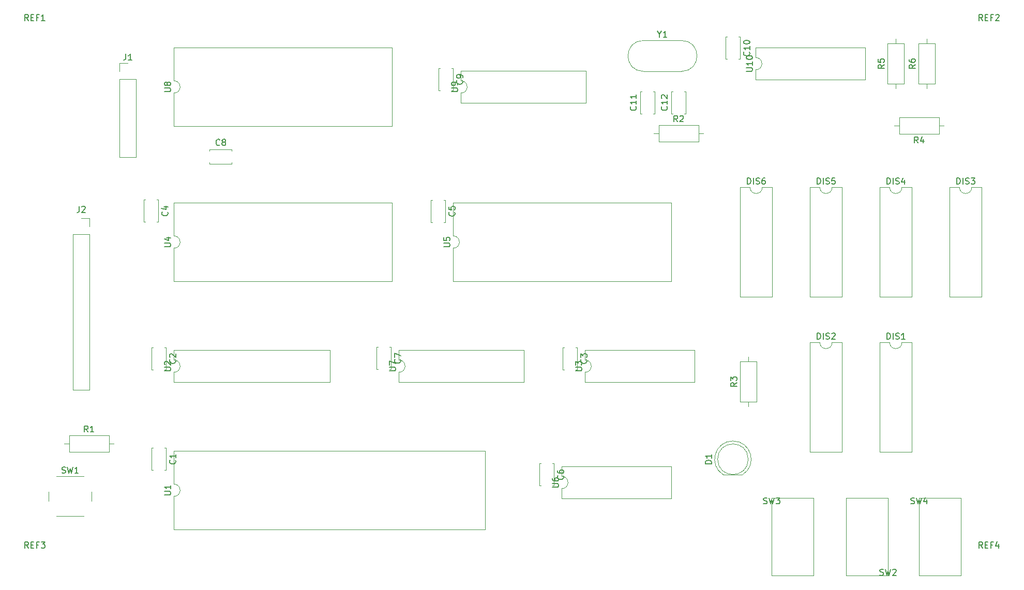
<source format=gbr>
%TF.GenerationSoftware,KiCad,Pcbnew,5.1.6-c6e7f7d~87~ubuntu16.04.1*%
%TF.CreationDate,2022-03-08T12:59:47-05:00*%
%TF.ProjectId,8085basic,38303835-6261-4736-9963-2e6b69636164,rev?*%
%TF.SameCoordinates,Original*%
%TF.FileFunction,Legend,Top*%
%TF.FilePolarity,Positive*%
%FSLAX46Y46*%
G04 Gerber Fmt 4.6, Leading zero omitted, Abs format (unit mm)*
G04 Created by KiCad (PCBNEW 5.1.6-c6e7f7d~87~ubuntu16.04.1) date 2022-03-08 12:59:47*
%MOMM*%
%LPD*%
G01*
G04 APERTURE LIST*
%ADD10C,0.120000*%
%ADD11C,0.150000*%
G04 APERTURE END LIST*
D10*
%TO.C,SW4*%
X148590000Y-91440000D02*
X148590000Y-78740000D01*
X155448000Y-91440000D02*
X148590000Y-91440000D01*
X155448000Y-78740000D02*
X155448000Y-91440000D01*
X148590000Y-78740000D02*
X155448000Y-78740000D01*
%TO.C,SW3*%
X124460000Y-91440000D02*
X124460000Y-78740000D01*
X131318000Y-91440000D02*
X124460000Y-91440000D01*
X131318000Y-78740000D02*
X131318000Y-91440000D01*
X124460000Y-78740000D02*
X131318000Y-78740000D01*
%TO.C,R6*%
X149860000Y-3580000D02*
X149860000Y-4350000D01*
X149860000Y-11660000D02*
X149860000Y-10890000D01*
X148490000Y-4350000D02*
X148490000Y-10890000D01*
X151230000Y-4350000D02*
X148490000Y-4350000D01*
X151230000Y-10890000D02*
X151230000Y-4350000D01*
X148490000Y-10890000D02*
X151230000Y-10890000D01*
%TO.C,R5*%
X144780000Y-3580000D02*
X144780000Y-4350000D01*
X144780000Y-11660000D02*
X144780000Y-10890000D01*
X143410000Y-4350000D02*
X143410000Y-10890000D01*
X146150000Y-4350000D02*
X143410000Y-4350000D01*
X146150000Y-10890000D02*
X146150000Y-4350000D01*
X143410000Y-10890000D02*
X146150000Y-10890000D01*
%TO.C,R4*%
X144550000Y-17780000D02*
X145320000Y-17780000D01*
X152630000Y-17780000D02*
X151860000Y-17780000D01*
X145320000Y-19150000D02*
X151860000Y-19150000D01*
X145320000Y-16410000D02*
X145320000Y-19150000D01*
X151860000Y-16410000D02*
X145320000Y-16410000D01*
X151860000Y-19150000D02*
X151860000Y-16410000D01*
%TO.C,R3*%
X120650000Y-55650000D02*
X120650000Y-56420000D01*
X120650000Y-63730000D02*
X120650000Y-62960000D01*
X119280000Y-56420000D02*
X119280000Y-62960000D01*
X122020000Y-56420000D02*
X119280000Y-56420000D01*
X122020000Y-62960000D02*
X122020000Y-56420000D01*
X119280000Y-62960000D02*
X122020000Y-62960000D01*
%TO.C,R2*%
X113260000Y-19050000D02*
X112490000Y-19050000D01*
X105180000Y-19050000D02*
X105950000Y-19050000D01*
X112490000Y-17680000D02*
X105950000Y-17680000D01*
X112490000Y-20420000D02*
X112490000Y-17680000D01*
X105950000Y-20420000D02*
X112490000Y-20420000D01*
X105950000Y-17680000D02*
X105950000Y-20420000D01*
%TO.C,R1*%
X16740000Y-69850000D02*
X15970000Y-69850000D01*
X8660000Y-69850000D02*
X9430000Y-69850000D01*
X15970000Y-68480000D02*
X9430000Y-68480000D01*
X15970000Y-71220000D02*
X15970000Y-68480000D01*
X9430000Y-71220000D02*
X15970000Y-71220000D01*
X9430000Y-68480000D02*
X9430000Y-71220000D01*
%TO.C,J2*%
X11430000Y-32960000D02*
X12760000Y-32960000D01*
X12760000Y-32960000D02*
X12760000Y-34290000D01*
X12760000Y-35560000D02*
X12760000Y-61020000D01*
X10100000Y-61020000D02*
X12760000Y-61020000D01*
X10100000Y-35560000D02*
X10100000Y-61020000D01*
X10100000Y-35560000D02*
X12760000Y-35560000D01*
%TO.C,DIS1*%
X147430000Y-53280000D02*
X145780000Y-53280000D01*
X147430000Y-71180000D02*
X147430000Y-53280000D01*
X142130000Y-71180000D02*
X147430000Y-71180000D01*
X142130000Y-53280000D02*
X142130000Y-71180000D01*
X143780000Y-53280000D02*
X142130000Y-53280000D01*
X145780000Y-53280000D02*
G75*
G02*
X143780000Y-53280000I-1000000J0D01*
G01*
%TO.C,D1*%
X116565000Y-74950000D02*
X119655000Y-74950000D01*
X120610000Y-72390000D02*
G75*
G03*
X120610000Y-72390000I-2500000J0D01*
G01*
X118109538Y-69400000D02*
G75*
G02*
X119654830Y-74950000I462J-2990000D01*
G01*
X118110462Y-69400000D02*
G75*
G03*
X116565170Y-74950000I-462J-2990000D01*
G01*
%TO.C,DIS2*%
X136000000Y-53280000D02*
X134350000Y-53280000D01*
X136000000Y-71180000D02*
X136000000Y-53280000D01*
X130700000Y-71180000D02*
X136000000Y-71180000D01*
X130700000Y-53280000D02*
X130700000Y-71180000D01*
X132350000Y-53280000D02*
X130700000Y-53280000D01*
X134350000Y-53280000D02*
G75*
G02*
X132350000Y-53280000I-1000000J0D01*
G01*
%TO.C,DIS4*%
X147430000Y-27880000D02*
X145780000Y-27880000D01*
X147430000Y-45780000D02*
X147430000Y-27880000D01*
X142130000Y-45780000D02*
X147430000Y-45780000D01*
X142130000Y-27880000D02*
X142130000Y-45780000D01*
X143780000Y-27880000D02*
X142130000Y-27880000D01*
X145780000Y-27880000D02*
G75*
G02*
X143780000Y-27880000I-1000000J0D01*
G01*
%TO.C,DIS3*%
X158860000Y-27880000D02*
X157210000Y-27880000D01*
X158860000Y-45780000D02*
X158860000Y-27880000D01*
X153560000Y-45780000D02*
X158860000Y-45780000D01*
X153560000Y-27880000D02*
X153560000Y-45780000D01*
X155210000Y-27880000D02*
X153560000Y-27880000D01*
X157210000Y-27880000D02*
G75*
G02*
X155210000Y-27880000I-1000000J0D01*
G01*
%TO.C,SW2*%
X143510000Y-78740000D02*
X143510000Y-91440000D01*
X136652000Y-78740000D02*
X143510000Y-78740000D01*
X136652000Y-91440000D02*
X136652000Y-78740000D01*
X143510000Y-91440000D02*
X136652000Y-91440000D01*
%TO.C,U10*%
X121860000Y-4970000D02*
X121860000Y-6620000D01*
X139760000Y-4970000D02*
X121860000Y-4970000D01*
X139760000Y-10270000D02*
X139760000Y-4970000D01*
X121860000Y-10270000D02*
X139760000Y-10270000D01*
X121860000Y-8620000D02*
X121860000Y-10270000D01*
X121860000Y-6620000D02*
G75*
G02*
X121860000Y-8620000I0J-1000000D01*
G01*
%TO.C,DIS5*%
X136000000Y-27880000D02*
X134350000Y-27880000D01*
X136000000Y-45780000D02*
X136000000Y-27880000D01*
X130700000Y-45780000D02*
X136000000Y-45780000D01*
X130700000Y-27880000D02*
X130700000Y-45780000D01*
X132350000Y-27880000D02*
X130700000Y-27880000D01*
X134350000Y-27880000D02*
G75*
G02*
X132350000Y-27880000I-1000000J0D01*
G01*
%TO.C,C10*%
X117185000Y-6880000D02*
X116940000Y-6880000D01*
X119280000Y-6880000D02*
X119035000Y-6880000D01*
X117185000Y-3240000D02*
X116940000Y-3240000D01*
X119280000Y-3240000D02*
X119035000Y-3240000D01*
X116940000Y-3240000D02*
X116940000Y-6880000D01*
X119280000Y-3240000D02*
X119280000Y-6880000D01*
%TO.C,DIS6*%
X124570000Y-27880000D02*
X122920000Y-27880000D01*
X124570000Y-45780000D02*
X124570000Y-27880000D01*
X119270000Y-45780000D02*
X124570000Y-45780000D01*
X119270000Y-27880000D02*
X119270000Y-45780000D01*
X120920000Y-27880000D02*
X119270000Y-27880000D01*
X122920000Y-27880000D02*
G75*
G02*
X120920000Y-27880000I-1000000J0D01*
G01*
%TO.C,Y1*%
X103455000Y-8875000D02*
X109705000Y-8875000D01*
X103455000Y-3825000D02*
X109705000Y-3825000D01*
X109705000Y-8875000D02*
G75*
G03*
X109705000Y-3825000I0J2525000D01*
G01*
X103455000Y-8875000D02*
G75*
G02*
X103455000Y-3825000I0J2525000D01*
G01*
%TO.C,U9*%
X73600000Y-8780000D02*
X73600000Y-10430000D01*
X94040000Y-8780000D02*
X73600000Y-8780000D01*
X94040000Y-14080000D02*
X94040000Y-8780000D01*
X73600000Y-14080000D02*
X94040000Y-14080000D01*
X73600000Y-12430000D02*
X73600000Y-14080000D01*
X73600000Y-10430000D02*
G75*
G02*
X73600000Y-12430000I0J-1000000D01*
G01*
%TO.C,U8*%
X26610000Y-4970000D02*
X26610000Y-10430000D01*
X62290000Y-4970000D02*
X26610000Y-4970000D01*
X62290000Y-17890000D02*
X62290000Y-4970000D01*
X26610000Y-17890000D02*
X62290000Y-17890000D01*
X26610000Y-12430000D02*
X26610000Y-17890000D01*
X26610000Y-10430000D02*
G75*
G02*
X26610000Y-12430000I0J-1000000D01*
G01*
%TO.C,U7*%
X63440000Y-54500000D02*
X63440000Y-56150000D01*
X83880000Y-54500000D02*
X63440000Y-54500000D01*
X83880000Y-59800000D02*
X83880000Y-54500000D01*
X63440000Y-59800000D02*
X83880000Y-59800000D01*
X63440000Y-58150000D02*
X63440000Y-59800000D01*
X63440000Y-56150000D02*
G75*
G02*
X63440000Y-58150000I0J-1000000D01*
G01*
%TO.C,U6*%
X90110000Y-73550000D02*
X90110000Y-75200000D01*
X108010000Y-73550000D02*
X90110000Y-73550000D01*
X108010000Y-78850000D02*
X108010000Y-73550000D01*
X90110000Y-78850000D02*
X108010000Y-78850000D01*
X90110000Y-77200000D02*
X90110000Y-78850000D01*
X90110000Y-75200000D02*
G75*
G02*
X90110000Y-77200000I0J-1000000D01*
G01*
%TO.C,U5*%
X72330000Y-30370000D02*
X72330000Y-35830000D01*
X108010000Y-30370000D02*
X72330000Y-30370000D01*
X108010000Y-43290000D02*
X108010000Y-30370000D01*
X72330000Y-43290000D02*
X108010000Y-43290000D01*
X72330000Y-37830000D02*
X72330000Y-43290000D01*
X72330000Y-35830000D02*
G75*
G02*
X72330000Y-37830000I0J-1000000D01*
G01*
%TO.C,U4*%
X26610000Y-30370000D02*
X26610000Y-35830000D01*
X62290000Y-30370000D02*
X26610000Y-30370000D01*
X62290000Y-43290000D02*
X62290000Y-30370000D01*
X26610000Y-43290000D02*
X62290000Y-43290000D01*
X26610000Y-37830000D02*
X26610000Y-43290000D01*
X26610000Y-35830000D02*
G75*
G02*
X26610000Y-37830000I0J-1000000D01*
G01*
%TO.C,U3*%
X93920000Y-54500000D02*
X93920000Y-56150000D01*
X111820000Y-54500000D02*
X93920000Y-54500000D01*
X111820000Y-59800000D02*
X111820000Y-54500000D01*
X93920000Y-59800000D02*
X111820000Y-59800000D01*
X93920000Y-58150000D02*
X93920000Y-59800000D01*
X93920000Y-56150000D02*
G75*
G02*
X93920000Y-58150000I0J-1000000D01*
G01*
%TO.C,U2*%
X26610000Y-54500000D02*
X26610000Y-56150000D01*
X52130000Y-54500000D02*
X26610000Y-54500000D01*
X52130000Y-59800000D02*
X52130000Y-54500000D01*
X26610000Y-59800000D02*
X52130000Y-59800000D01*
X26610000Y-58150000D02*
X26610000Y-59800000D01*
X26610000Y-56150000D02*
G75*
G02*
X26610000Y-58150000I0J-1000000D01*
G01*
%TO.C,U1*%
X26610000Y-71010000D02*
X26610000Y-76470000D01*
X77530000Y-71010000D02*
X26610000Y-71010000D01*
X77530000Y-83930000D02*
X77530000Y-71010000D01*
X26610000Y-83930000D02*
X77530000Y-83930000D01*
X26610000Y-78470000D02*
X26610000Y-83930000D01*
X26610000Y-76470000D02*
G75*
G02*
X26610000Y-78470000I0J-1000000D01*
G01*
%TO.C,SW1*%
X13100000Y-79200000D02*
X13100000Y-77700000D01*
X11850000Y-75200000D02*
X7350000Y-75200000D01*
X6100000Y-77700000D02*
X6100000Y-79200000D01*
X7350000Y-81700000D02*
X11850000Y-81700000D01*
%TO.C,J1*%
X17720000Y-7560000D02*
X19050000Y-7560000D01*
X17720000Y-8890000D02*
X17720000Y-7560000D01*
X17720000Y-10160000D02*
X20380000Y-10160000D01*
X20380000Y-10160000D02*
X20380000Y-22920000D01*
X17720000Y-10160000D02*
X17720000Y-22920000D01*
X17720000Y-22920000D02*
X20380000Y-22920000D01*
%TO.C,C12*%
X110145000Y-12170000D02*
X110390000Y-12170000D01*
X108050000Y-12170000D02*
X108295000Y-12170000D01*
X110145000Y-15810000D02*
X110390000Y-15810000D01*
X108050000Y-15810000D02*
X108295000Y-15810000D01*
X110390000Y-15810000D02*
X110390000Y-12170000D01*
X108050000Y-15810000D02*
X108050000Y-12170000D01*
%TO.C,C11*%
X105065000Y-12170000D02*
X105310000Y-12170000D01*
X102970000Y-12170000D02*
X103215000Y-12170000D01*
X105065000Y-15810000D02*
X105310000Y-15810000D01*
X102970000Y-15810000D02*
X103215000Y-15810000D01*
X105310000Y-15810000D02*
X105310000Y-12170000D01*
X102970000Y-15810000D02*
X102970000Y-12170000D01*
%TO.C,C9*%
X70195000Y-12000000D02*
X69950000Y-12000000D01*
X72290000Y-12000000D02*
X72045000Y-12000000D01*
X70195000Y-8360000D02*
X69950000Y-8360000D01*
X72290000Y-8360000D02*
X72045000Y-8360000D01*
X69950000Y-8360000D02*
X69950000Y-12000000D01*
X72290000Y-8360000D02*
X72290000Y-12000000D01*
%TO.C,C8*%
X36090000Y-23785000D02*
X36090000Y-24030000D01*
X36090000Y-21690000D02*
X36090000Y-21935000D01*
X32450000Y-23785000D02*
X32450000Y-24030000D01*
X32450000Y-21690000D02*
X32450000Y-21935000D01*
X32450000Y-24030000D02*
X36090000Y-24030000D01*
X32450000Y-21690000D02*
X36090000Y-21690000D01*
%TO.C,C7*%
X60035000Y-57680000D02*
X59790000Y-57680000D01*
X62130000Y-57680000D02*
X61885000Y-57680000D01*
X60035000Y-54040000D02*
X59790000Y-54040000D01*
X62130000Y-54040000D02*
X61885000Y-54040000D01*
X59790000Y-54040000D02*
X59790000Y-57680000D01*
X62130000Y-54040000D02*
X62130000Y-57680000D01*
%TO.C,C6*%
X86705000Y-76730000D02*
X86460000Y-76730000D01*
X88800000Y-76730000D02*
X88555000Y-76730000D01*
X86705000Y-73090000D02*
X86460000Y-73090000D01*
X88800000Y-73090000D02*
X88555000Y-73090000D01*
X86460000Y-73090000D02*
X86460000Y-76730000D01*
X88800000Y-73090000D02*
X88800000Y-76730000D01*
%TO.C,C5*%
X68925000Y-33590000D02*
X68680000Y-33590000D01*
X71020000Y-33590000D02*
X70775000Y-33590000D01*
X68925000Y-29950000D02*
X68680000Y-29950000D01*
X71020000Y-29950000D02*
X70775000Y-29950000D01*
X68680000Y-29950000D02*
X68680000Y-33590000D01*
X71020000Y-29950000D02*
X71020000Y-33590000D01*
%TO.C,C4*%
X21935000Y-33550000D02*
X21690000Y-33550000D01*
X24030000Y-33550000D02*
X23785000Y-33550000D01*
X21935000Y-29910000D02*
X21690000Y-29910000D01*
X24030000Y-29910000D02*
X23785000Y-29910000D01*
X21690000Y-29910000D02*
X21690000Y-33550000D01*
X24030000Y-29910000D02*
X24030000Y-33550000D01*
%TO.C,C3*%
X90515000Y-57720000D02*
X90270000Y-57720000D01*
X92610000Y-57720000D02*
X92365000Y-57720000D01*
X90515000Y-54080000D02*
X90270000Y-54080000D01*
X92610000Y-54080000D02*
X92365000Y-54080000D01*
X90270000Y-54080000D02*
X90270000Y-57720000D01*
X92610000Y-54080000D02*
X92610000Y-57720000D01*
%TO.C,C2*%
X23205000Y-57720000D02*
X22960000Y-57720000D01*
X25300000Y-57720000D02*
X25055000Y-57720000D01*
X23205000Y-54080000D02*
X22960000Y-54080000D01*
X25300000Y-54080000D02*
X25055000Y-54080000D01*
X22960000Y-54080000D02*
X22960000Y-57720000D01*
X25300000Y-54080000D02*
X25300000Y-57720000D01*
%TO.C,C1*%
X23205000Y-74190000D02*
X22960000Y-74190000D01*
X25300000Y-74190000D02*
X25055000Y-74190000D01*
X23205000Y-70550000D02*
X22960000Y-70550000D01*
X25300000Y-70550000D02*
X25055000Y-70550000D01*
X22960000Y-70550000D02*
X22960000Y-74190000D01*
X25300000Y-70550000D02*
X25300000Y-74190000D01*
%TO.C,REF4*%
D11*
X158972380Y-86922380D02*
X158639047Y-86446190D01*
X158400952Y-86922380D02*
X158400952Y-85922380D01*
X158781904Y-85922380D01*
X158877142Y-85970000D01*
X158924761Y-86017619D01*
X158972380Y-86112857D01*
X158972380Y-86255714D01*
X158924761Y-86350952D01*
X158877142Y-86398571D01*
X158781904Y-86446190D01*
X158400952Y-86446190D01*
X159400952Y-86398571D02*
X159734285Y-86398571D01*
X159877142Y-86922380D02*
X159400952Y-86922380D01*
X159400952Y-85922380D01*
X159877142Y-85922380D01*
X160639047Y-86398571D02*
X160305714Y-86398571D01*
X160305714Y-86922380D02*
X160305714Y-85922380D01*
X160781904Y-85922380D01*
X161591428Y-86255714D02*
X161591428Y-86922380D01*
X161353333Y-85874761D02*
X161115238Y-86589047D01*
X161734285Y-86589047D01*
%TO.C,REF2*%
X158972380Y-562380D02*
X158639047Y-86190D01*
X158400952Y-562380D02*
X158400952Y437619D01*
X158781904Y437619D01*
X158877142Y390000D01*
X158924761Y342380D01*
X158972380Y247142D01*
X158972380Y104285D01*
X158924761Y9047D01*
X158877142Y-38571D01*
X158781904Y-86190D01*
X158400952Y-86190D01*
X159400952Y-38571D02*
X159734285Y-38571D01*
X159877142Y-562380D02*
X159400952Y-562380D01*
X159400952Y437619D01*
X159877142Y437619D01*
X160639047Y-38571D02*
X160305714Y-38571D01*
X160305714Y-562380D02*
X160305714Y437619D01*
X160781904Y437619D01*
X161115238Y342380D02*
X161162857Y390000D01*
X161258095Y437619D01*
X161496190Y437619D01*
X161591428Y390000D01*
X161639047Y342380D01*
X161686666Y247142D01*
X161686666Y151904D01*
X161639047Y9047D01*
X161067619Y-562380D01*
X161686666Y-562380D01*
%TO.C,REF3*%
X2762380Y-86922380D02*
X2429047Y-86446190D01*
X2190952Y-86922380D02*
X2190952Y-85922380D01*
X2571904Y-85922380D01*
X2667142Y-85970000D01*
X2714761Y-86017619D01*
X2762380Y-86112857D01*
X2762380Y-86255714D01*
X2714761Y-86350952D01*
X2667142Y-86398571D01*
X2571904Y-86446190D01*
X2190952Y-86446190D01*
X3190952Y-86398571D02*
X3524285Y-86398571D01*
X3667142Y-86922380D02*
X3190952Y-86922380D01*
X3190952Y-85922380D01*
X3667142Y-85922380D01*
X4429047Y-86398571D02*
X4095714Y-86398571D01*
X4095714Y-86922380D02*
X4095714Y-85922380D01*
X4571904Y-85922380D01*
X4857619Y-85922380D02*
X5476666Y-85922380D01*
X5143333Y-86303333D01*
X5286190Y-86303333D01*
X5381428Y-86350952D01*
X5429047Y-86398571D01*
X5476666Y-86493809D01*
X5476666Y-86731904D01*
X5429047Y-86827142D01*
X5381428Y-86874761D01*
X5286190Y-86922380D01*
X5000476Y-86922380D01*
X4905238Y-86874761D01*
X4857619Y-86827142D01*
%TO.C,REF1*%
X2762380Y-562380D02*
X2429047Y-86190D01*
X2190952Y-562380D02*
X2190952Y437619D01*
X2571904Y437619D01*
X2667142Y390000D01*
X2714761Y342380D01*
X2762380Y247142D01*
X2762380Y104285D01*
X2714761Y9047D01*
X2667142Y-38571D01*
X2571904Y-86190D01*
X2190952Y-86190D01*
X3190952Y-38571D02*
X3524285Y-38571D01*
X3667142Y-562380D02*
X3190952Y-562380D01*
X3190952Y437619D01*
X3667142Y437619D01*
X4429047Y-38571D02*
X4095714Y-38571D01*
X4095714Y-562380D02*
X4095714Y437619D01*
X4571904Y437619D01*
X5476666Y-562380D02*
X4905238Y-562380D01*
X5190952Y-562380D02*
X5190952Y437619D01*
X5095714Y294761D01*
X5000476Y199523D01*
X4905238Y151904D01*
%TO.C,SW4*%
X147256666Y-79644761D02*
X147399523Y-79692380D01*
X147637619Y-79692380D01*
X147732857Y-79644761D01*
X147780476Y-79597142D01*
X147828095Y-79501904D01*
X147828095Y-79406666D01*
X147780476Y-79311428D01*
X147732857Y-79263809D01*
X147637619Y-79216190D01*
X147447142Y-79168571D01*
X147351904Y-79120952D01*
X147304285Y-79073333D01*
X147256666Y-78978095D01*
X147256666Y-78882857D01*
X147304285Y-78787619D01*
X147351904Y-78740000D01*
X147447142Y-78692380D01*
X147685238Y-78692380D01*
X147828095Y-78740000D01*
X148161428Y-78692380D02*
X148399523Y-79692380D01*
X148590000Y-78978095D01*
X148780476Y-79692380D01*
X149018571Y-78692380D01*
X149828095Y-79025714D02*
X149828095Y-79692380D01*
X149590000Y-78644761D02*
X149351904Y-79359047D01*
X149970952Y-79359047D01*
%TO.C,SW3*%
X123126666Y-79644761D02*
X123269523Y-79692380D01*
X123507619Y-79692380D01*
X123602857Y-79644761D01*
X123650476Y-79597142D01*
X123698095Y-79501904D01*
X123698095Y-79406666D01*
X123650476Y-79311428D01*
X123602857Y-79263809D01*
X123507619Y-79216190D01*
X123317142Y-79168571D01*
X123221904Y-79120952D01*
X123174285Y-79073333D01*
X123126666Y-78978095D01*
X123126666Y-78882857D01*
X123174285Y-78787619D01*
X123221904Y-78740000D01*
X123317142Y-78692380D01*
X123555238Y-78692380D01*
X123698095Y-78740000D01*
X124031428Y-78692380D02*
X124269523Y-79692380D01*
X124460000Y-78978095D01*
X124650476Y-79692380D01*
X124888571Y-78692380D01*
X125174285Y-78692380D02*
X125793333Y-78692380D01*
X125460000Y-79073333D01*
X125602857Y-79073333D01*
X125698095Y-79120952D01*
X125745714Y-79168571D01*
X125793333Y-79263809D01*
X125793333Y-79501904D01*
X125745714Y-79597142D01*
X125698095Y-79644761D01*
X125602857Y-79692380D01*
X125317142Y-79692380D01*
X125221904Y-79644761D01*
X125174285Y-79597142D01*
%TO.C,R6*%
X147942380Y-7786666D02*
X147466190Y-8120000D01*
X147942380Y-8358095D02*
X146942380Y-8358095D01*
X146942380Y-7977142D01*
X146990000Y-7881904D01*
X147037619Y-7834285D01*
X147132857Y-7786666D01*
X147275714Y-7786666D01*
X147370952Y-7834285D01*
X147418571Y-7881904D01*
X147466190Y-7977142D01*
X147466190Y-8358095D01*
X146942380Y-6929523D02*
X146942380Y-7120000D01*
X146990000Y-7215238D01*
X147037619Y-7262857D01*
X147180476Y-7358095D01*
X147370952Y-7405714D01*
X147751904Y-7405714D01*
X147847142Y-7358095D01*
X147894761Y-7310476D01*
X147942380Y-7215238D01*
X147942380Y-7024761D01*
X147894761Y-6929523D01*
X147847142Y-6881904D01*
X147751904Y-6834285D01*
X147513809Y-6834285D01*
X147418571Y-6881904D01*
X147370952Y-6929523D01*
X147323333Y-7024761D01*
X147323333Y-7215238D01*
X147370952Y-7310476D01*
X147418571Y-7358095D01*
X147513809Y-7405714D01*
%TO.C,R5*%
X142862380Y-7786666D02*
X142386190Y-8120000D01*
X142862380Y-8358095D02*
X141862380Y-8358095D01*
X141862380Y-7977142D01*
X141910000Y-7881904D01*
X141957619Y-7834285D01*
X142052857Y-7786666D01*
X142195714Y-7786666D01*
X142290952Y-7834285D01*
X142338571Y-7881904D01*
X142386190Y-7977142D01*
X142386190Y-8358095D01*
X141862380Y-6881904D02*
X141862380Y-7358095D01*
X142338571Y-7405714D01*
X142290952Y-7358095D01*
X142243333Y-7262857D01*
X142243333Y-7024761D01*
X142290952Y-6929523D01*
X142338571Y-6881904D01*
X142433809Y-6834285D01*
X142671904Y-6834285D01*
X142767142Y-6881904D01*
X142814761Y-6929523D01*
X142862380Y-7024761D01*
X142862380Y-7262857D01*
X142814761Y-7358095D01*
X142767142Y-7405714D01*
%TO.C,R4*%
X148423333Y-20602380D02*
X148090000Y-20126190D01*
X147851904Y-20602380D02*
X147851904Y-19602380D01*
X148232857Y-19602380D01*
X148328095Y-19650000D01*
X148375714Y-19697619D01*
X148423333Y-19792857D01*
X148423333Y-19935714D01*
X148375714Y-20030952D01*
X148328095Y-20078571D01*
X148232857Y-20126190D01*
X147851904Y-20126190D01*
X149280476Y-19935714D02*
X149280476Y-20602380D01*
X149042380Y-19554761D02*
X148804285Y-20269047D01*
X149423333Y-20269047D01*
%TO.C,R3*%
X118732380Y-59856666D02*
X118256190Y-60190000D01*
X118732380Y-60428095D02*
X117732380Y-60428095D01*
X117732380Y-60047142D01*
X117780000Y-59951904D01*
X117827619Y-59904285D01*
X117922857Y-59856666D01*
X118065714Y-59856666D01*
X118160952Y-59904285D01*
X118208571Y-59951904D01*
X118256190Y-60047142D01*
X118256190Y-60428095D01*
X117732380Y-59523333D02*
X117732380Y-58904285D01*
X118113333Y-59237619D01*
X118113333Y-59094761D01*
X118160952Y-58999523D01*
X118208571Y-58951904D01*
X118303809Y-58904285D01*
X118541904Y-58904285D01*
X118637142Y-58951904D01*
X118684761Y-58999523D01*
X118732380Y-59094761D01*
X118732380Y-59380476D01*
X118684761Y-59475714D01*
X118637142Y-59523333D01*
%TO.C,R2*%
X109053333Y-17132380D02*
X108720000Y-16656190D01*
X108481904Y-17132380D02*
X108481904Y-16132380D01*
X108862857Y-16132380D01*
X108958095Y-16180000D01*
X109005714Y-16227619D01*
X109053333Y-16322857D01*
X109053333Y-16465714D01*
X109005714Y-16560952D01*
X108958095Y-16608571D01*
X108862857Y-16656190D01*
X108481904Y-16656190D01*
X109434285Y-16227619D02*
X109481904Y-16180000D01*
X109577142Y-16132380D01*
X109815238Y-16132380D01*
X109910476Y-16180000D01*
X109958095Y-16227619D01*
X110005714Y-16322857D01*
X110005714Y-16418095D01*
X109958095Y-16560952D01*
X109386666Y-17132380D01*
X110005714Y-17132380D01*
%TO.C,R1*%
X12533333Y-67932380D02*
X12200000Y-67456190D01*
X11961904Y-67932380D02*
X11961904Y-66932380D01*
X12342857Y-66932380D01*
X12438095Y-66980000D01*
X12485714Y-67027619D01*
X12533333Y-67122857D01*
X12533333Y-67265714D01*
X12485714Y-67360952D01*
X12438095Y-67408571D01*
X12342857Y-67456190D01*
X11961904Y-67456190D01*
X13485714Y-67932380D02*
X12914285Y-67932380D01*
X13200000Y-67932380D02*
X13200000Y-66932380D01*
X13104761Y-67075238D01*
X13009523Y-67170476D01*
X12914285Y-67218095D01*
%TO.C,J2*%
X11096666Y-30972380D02*
X11096666Y-31686666D01*
X11049047Y-31829523D01*
X10953809Y-31924761D01*
X10810952Y-31972380D01*
X10715714Y-31972380D01*
X11525238Y-31067619D02*
X11572857Y-31020000D01*
X11668095Y-30972380D01*
X11906190Y-30972380D01*
X12001428Y-31020000D01*
X12049047Y-31067619D01*
X12096666Y-31162857D01*
X12096666Y-31258095D01*
X12049047Y-31400952D01*
X11477619Y-31972380D01*
X12096666Y-31972380D01*
%TO.C,DIS1*%
X143327619Y-52732380D02*
X143327619Y-51732380D01*
X143565714Y-51732380D01*
X143708571Y-51780000D01*
X143803809Y-51875238D01*
X143851428Y-51970476D01*
X143899047Y-52160952D01*
X143899047Y-52303809D01*
X143851428Y-52494285D01*
X143803809Y-52589523D01*
X143708571Y-52684761D01*
X143565714Y-52732380D01*
X143327619Y-52732380D01*
X144327619Y-52732380D02*
X144327619Y-51732380D01*
X144756190Y-52684761D02*
X144899047Y-52732380D01*
X145137142Y-52732380D01*
X145232380Y-52684761D01*
X145280000Y-52637142D01*
X145327619Y-52541904D01*
X145327619Y-52446666D01*
X145280000Y-52351428D01*
X145232380Y-52303809D01*
X145137142Y-52256190D01*
X144946666Y-52208571D01*
X144851428Y-52160952D01*
X144803809Y-52113333D01*
X144756190Y-52018095D01*
X144756190Y-51922857D01*
X144803809Y-51827619D01*
X144851428Y-51780000D01*
X144946666Y-51732380D01*
X145184761Y-51732380D01*
X145327619Y-51780000D01*
X146280000Y-52732380D02*
X145708571Y-52732380D01*
X145994285Y-52732380D02*
X145994285Y-51732380D01*
X145899047Y-51875238D01*
X145803809Y-51970476D01*
X145708571Y-52018095D01*
%TO.C,D1*%
X114602380Y-73128095D02*
X113602380Y-73128095D01*
X113602380Y-72890000D01*
X113650000Y-72747142D01*
X113745238Y-72651904D01*
X113840476Y-72604285D01*
X114030952Y-72556666D01*
X114173809Y-72556666D01*
X114364285Y-72604285D01*
X114459523Y-72651904D01*
X114554761Y-72747142D01*
X114602380Y-72890000D01*
X114602380Y-73128095D01*
X114602380Y-71604285D02*
X114602380Y-72175714D01*
X114602380Y-71890000D02*
X113602380Y-71890000D01*
X113745238Y-71985238D01*
X113840476Y-72080476D01*
X113888095Y-72175714D01*
%TO.C,DIS2*%
X131897619Y-52732380D02*
X131897619Y-51732380D01*
X132135714Y-51732380D01*
X132278571Y-51780000D01*
X132373809Y-51875238D01*
X132421428Y-51970476D01*
X132469047Y-52160952D01*
X132469047Y-52303809D01*
X132421428Y-52494285D01*
X132373809Y-52589523D01*
X132278571Y-52684761D01*
X132135714Y-52732380D01*
X131897619Y-52732380D01*
X132897619Y-52732380D02*
X132897619Y-51732380D01*
X133326190Y-52684761D02*
X133469047Y-52732380D01*
X133707142Y-52732380D01*
X133802380Y-52684761D01*
X133850000Y-52637142D01*
X133897619Y-52541904D01*
X133897619Y-52446666D01*
X133850000Y-52351428D01*
X133802380Y-52303809D01*
X133707142Y-52256190D01*
X133516666Y-52208571D01*
X133421428Y-52160952D01*
X133373809Y-52113333D01*
X133326190Y-52018095D01*
X133326190Y-51922857D01*
X133373809Y-51827619D01*
X133421428Y-51780000D01*
X133516666Y-51732380D01*
X133754761Y-51732380D01*
X133897619Y-51780000D01*
X134278571Y-51827619D02*
X134326190Y-51780000D01*
X134421428Y-51732380D01*
X134659523Y-51732380D01*
X134754761Y-51780000D01*
X134802380Y-51827619D01*
X134850000Y-51922857D01*
X134850000Y-52018095D01*
X134802380Y-52160952D01*
X134230952Y-52732380D01*
X134850000Y-52732380D01*
%TO.C,DIS4*%
X143327619Y-27332380D02*
X143327619Y-26332380D01*
X143565714Y-26332380D01*
X143708571Y-26380000D01*
X143803809Y-26475238D01*
X143851428Y-26570476D01*
X143899047Y-26760952D01*
X143899047Y-26903809D01*
X143851428Y-27094285D01*
X143803809Y-27189523D01*
X143708571Y-27284761D01*
X143565714Y-27332380D01*
X143327619Y-27332380D01*
X144327619Y-27332380D02*
X144327619Y-26332380D01*
X144756190Y-27284761D02*
X144899047Y-27332380D01*
X145137142Y-27332380D01*
X145232380Y-27284761D01*
X145280000Y-27237142D01*
X145327619Y-27141904D01*
X145327619Y-27046666D01*
X145280000Y-26951428D01*
X145232380Y-26903809D01*
X145137142Y-26856190D01*
X144946666Y-26808571D01*
X144851428Y-26760952D01*
X144803809Y-26713333D01*
X144756190Y-26618095D01*
X144756190Y-26522857D01*
X144803809Y-26427619D01*
X144851428Y-26380000D01*
X144946666Y-26332380D01*
X145184761Y-26332380D01*
X145327619Y-26380000D01*
X146184761Y-26665714D02*
X146184761Y-27332380D01*
X145946666Y-26284761D02*
X145708571Y-26999047D01*
X146327619Y-26999047D01*
%TO.C,DIS3*%
X154757619Y-27332380D02*
X154757619Y-26332380D01*
X154995714Y-26332380D01*
X155138571Y-26380000D01*
X155233809Y-26475238D01*
X155281428Y-26570476D01*
X155329047Y-26760952D01*
X155329047Y-26903809D01*
X155281428Y-27094285D01*
X155233809Y-27189523D01*
X155138571Y-27284761D01*
X154995714Y-27332380D01*
X154757619Y-27332380D01*
X155757619Y-27332380D02*
X155757619Y-26332380D01*
X156186190Y-27284761D02*
X156329047Y-27332380D01*
X156567142Y-27332380D01*
X156662380Y-27284761D01*
X156710000Y-27237142D01*
X156757619Y-27141904D01*
X156757619Y-27046666D01*
X156710000Y-26951428D01*
X156662380Y-26903809D01*
X156567142Y-26856190D01*
X156376666Y-26808571D01*
X156281428Y-26760952D01*
X156233809Y-26713333D01*
X156186190Y-26618095D01*
X156186190Y-26522857D01*
X156233809Y-26427619D01*
X156281428Y-26380000D01*
X156376666Y-26332380D01*
X156614761Y-26332380D01*
X156757619Y-26380000D01*
X157090952Y-26332380D02*
X157710000Y-26332380D01*
X157376666Y-26713333D01*
X157519523Y-26713333D01*
X157614761Y-26760952D01*
X157662380Y-26808571D01*
X157710000Y-26903809D01*
X157710000Y-27141904D01*
X157662380Y-27237142D01*
X157614761Y-27284761D01*
X157519523Y-27332380D01*
X157233809Y-27332380D01*
X157138571Y-27284761D01*
X157090952Y-27237142D01*
%TO.C,SW2*%
X142176666Y-91344761D02*
X142319523Y-91392380D01*
X142557619Y-91392380D01*
X142652857Y-91344761D01*
X142700476Y-91297142D01*
X142748095Y-91201904D01*
X142748095Y-91106666D01*
X142700476Y-91011428D01*
X142652857Y-90963809D01*
X142557619Y-90916190D01*
X142367142Y-90868571D01*
X142271904Y-90820952D01*
X142224285Y-90773333D01*
X142176666Y-90678095D01*
X142176666Y-90582857D01*
X142224285Y-90487619D01*
X142271904Y-90440000D01*
X142367142Y-90392380D01*
X142605238Y-90392380D01*
X142748095Y-90440000D01*
X143081428Y-90392380D02*
X143319523Y-91392380D01*
X143510000Y-90678095D01*
X143700476Y-91392380D01*
X143938571Y-90392380D01*
X144271904Y-90487619D02*
X144319523Y-90440000D01*
X144414761Y-90392380D01*
X144652857Y-90392380D01*
X144748095Y-90440000D01*
X144795714Y-90487619D01*
X144843333Y-90582857D01*
X144843333Y-90678095D01*
X144795714Y-90820952D01*
X144224285Y-91392380D01*
X144843333Y-91392380D01*
%TO.C,U10*%
X120312380Y-8858095D02*
X121121904Y-8858095D01*
X121217142Y-8810476D01*
X121264761Y-8762857D01*
X121312380Y-8667619D01*
X121312380Y-8477142D01*
X121264761Y-8381904D01*
X121217142Y-8334285D01*
X121121904Y-8286666D01*
X120312380Y-8286666D01*
X121312380Y-7286666D02*
X121312380Y-7858095D01*
X121312380Y-7572380D02*
X120312380Y-7572380D01*
X120455238Y-7667619D01*
X120550476Y-7762857D01*
X120598095Y-7858095D01*
X120312380Y-6667619D02*
X120312380Y-6572380D01*
X120360000Y-6477142D01*
X120407619Y-6429523D01*
X120502857Y-6381904D01*
X120693333Y-6334285D01*
X120931428Y-6334285D01*
X121121904Y-6381904D01*
X121217142Y-6429523D01*
X121264761Y-6477142D01*
X121312380Y-6572380D01*
X121312380Y-6667619D01*
X121264761Y-6762857D01*
X121217142Y-6810476D01*
X121121904Y-6858095D01*
X120931428Y-6905714D01*
X120693333Y-6905714D01*
X120502857Y-6858095D01*
X120407619Y-6810476D01*
X120360000Y-6762857D01*
X120312380Y-6667619D01*
%TO.C,DIS5*%
X131897619Y-27332380D02*
X131897619Y-26332380D01*
X132135714Y-26332380D01*
X132278571Y-26380000D01*
X132373809Y-26475238D01*
X132421428Y-26570476D01*
X132469047Y-26760952D01*
X132469047Y-26903809D01*
X132421428Y-27094285D01*
X132373809Y-27189523D01*
X132278571Y-27284761D01*
X132135714Y-27332380D01*
X131897619Y-27332380D01*
X132897619Y-27332380D02*
X132897619Y-26332380D01*
X133326190Y-27284761D02*
X133469047Y-27332380D01*
X133707142Y-27332380D01*
X133802380Y-27284761D01*
X133850000Y-27237142D01*
X133897619Y-27141904D01*
X133897619Y-27046666D01*
X133850000Y-26951428D01*
X133802380Y-26903809D01*
X133707142Y-26856190D01*
X133516666Y-26808571D01*
X133421428Y-26760952D01*
X133373809Y-26713333D01*
X133326190Y-26618095D01*
X133326190Y-26522857D01*
X133373809Y-26427619D01*
X133421428Y-26380000D01*
X133516666Y-26332380D01*
X133754761Y-26332380D01*
X133897619Y-26380000D01*
X134802380Y-26332380D02*
X134326190Y-26332380D01*
X134278571Y-26808571D01*
X134326190Y-26760952D01*
X134421428Y-26713333D01*
X134659523Y-26713333D01*
X134754761Y-26760952D01*
X134802380Y-26808571D01*
X134850000Y-26903809D01*
X134850000Y-27141904D01*
X134802380Y-27237142D01*
X134754761Y-27284761D01*
X134659523Y-27332380D01*
X134421428Y-27332380D01*
X134326190Y-27284761D01*
X134278571Y-27237142D01*
%TO.C,C10*%
X120767142Y-5702857D02*
X120814761Y-5750476D01*
X120862380Y-5893333D01*
X120862380Y-5988571D01*
X120814761Y-6131428D01*
X120719523Y-6226666D01*
X120624285Y-6274285D01*
X120433809Y-6321904D01*
X120290952Y-6321904D01*
X120100476Y-6274285D01*
X120005238Y-6226666D01*
X119910000Y-6131428D01*
X119862380Y-5988571D01*
X119862380Y-5893333D01*
X119910000Y-5750476D01*
X119957619Y-5702857D01*
X120862380Y-4750476D02*
X120862380Y-5321904D01*
X120862380Y-5036190D02*
X119862380Y-5036190D01*
X120005238Y-5131428D01*
X120100476Y-5226666D01*
X120148095Y-5321904D01*
X119862380Y-4131428D02*
X119862380Y-4036190D01*
X119910000Y-3940952D01*
X119957619Y-3893333D01*
X120052857Y-3845714D01*
X120243333Y-3798095D01*
X120481428Y-3798095D01*
X120671904Y-3845714D01*
X120767142Y-3893333D01*
X120814761Y-3940952D01*
X120862380Y-4036190D01*
X120862380Y-4131428D01*
X120814761Y-4226666D01*
X120767142Y-4274285D01*
X120671904Y-4321904D01*
X120481428Y-4369523D01*
X120243333Y-4369523D01*
X120052857Y-4321904D01*
X119957619Y-4274285D01*
X119910000Y-4226666D01*
X119862380Y-4131428D01*
%TO.C,DIS6*%
X120467619Y-27332380D02*
X120467619Y-26332380D01*
X120705714Y-26332380D01*
X120848571Y-26380000D01*
X120943809Y-26475238D01*
X120991428Y-26570476D01*
X121039047Y-26760952D01*
X121039047Y-26903809D01*
X120991428Y-27094285D01*
X120943809Y-27189523D01*
X120848571Y-27284761D01*
X120705714Y-27332380D01*
X120467619Y-27332380D01*
X121467619Y-27332380D02*
X121467619Y-26332380D01*
X121896190Y-27284761D02*
X122039047Y-27332380D01*
X122277142Y-27332380D01*
X122372380Y-27284761D01*
X122420000Y-27237142D01*
X122467619Y-27141904D01*
X122467619Y-27046666D01*
X122420000Y-26951428D01*
X122372380Y-26903809D01*
X122277142Y-26856190D01*
X122086666Y-26808571D01*
X121991428Y-26760952D01*
X121943809Y-26713333D01*
X121896190Y-26618095D01*
X121896190Y-26522857D01*
X121943809Y-26427619D01*
X121991428Y-26380000D01*
X122086666Y-26332380D01*
X122324761Y-26332380D01*
X122467619Y-26380000D01*
X123324761Y-26332380D02*
X123134285Y-26332380D01*
X123039047Y-26380000D01*
X122991428Y-26427619D01*
X122896190Y-26570476D01*
X122848571Y-26760952D01*
X122848571Y-27141904D01*
X122896190Y-27237142D01*
X122943809Y-27284761D01*
X123039047Y-27332380D01*
X123229523Y-27332380D01*
X123324761Y-27284761D01*
X123372380Y-27237142D01*
X123420000Y-27141904D01*
X123420000Y-26903809D01*
X123372380Y-26808571D01*
X123324761Y-26760952D01*
X123229523Y-26713333D01*
X123039047Y-26713333D01*
X122943809Y-26760952D01*
X122896190Y-26808571D01*
X122848571Y-26903809D01*
%TO.C,Y1*%
X106103809Y-2801190D02*
X106103809Y-3277380D01*
X105770476Y-2277380D02*
X106103809Y-2801190D01*
X106437142Y-2277380D01*
X107294285Y-3277380D02*
X106722857Y-3277380D01*
X107008571Y-3277380D02*
X107008571Y-2277380D01*
X106913333Y-2420238D01*
X106818095Y-2515476D01*
X106722857Y-2563095D01*
%TO.C,U9*%
X72052380Y-12191904D02*
X72861904Y-12191904D01*
X72957142Y-12144285D01*
X73004761Y-12096666D01*
X73052380Y-12001428D01*
X73052380Y-11810952D01*
X73004761Y-11715714D01*
X72957142Y-11668095D01*
X72861904Y-11620476D01*
X72052380Y-11620476D01*
X73052380Y-11096666D02*
X73052380Y-10906190D01*
X73004761Y-10810952D01*
X72957142Y-10763333D01*
X72814285Y-10668095D01*
X72623809Y-10620476D01*
X72242857Y-10620476D01*
X72147619Y-10668095D01*
X72100000Y-10715714D01*
X72052380Y-10810952D01*
X72052380Y-11001428D01*
X72100000Y-11096666D01*
X72147619Y-11144285D01*
X72242857Y-11191904D01*
X72480952Y-11191904D01*
X72576190Y-11144285D01*
X72623809Y-11096666D01*
X72671428Y-11001428D01*
X72671428Y-10810952D01*
X72623809Y-10715714D01*
X72576190Y-10668095D01*
X72480952Y-10620476D01*
%TO.C,U8*%
X25062380Y-12191904D02*
X25871904Y-12191904D01*
X25967142Y-12144285D01*
X26014761Y-12096666D01*
X26062380Y-12001428D01*
X26062380Y-11810952D01*
X26014761Y-11715714D01*
X25967142Y-11668095D01*
X25871904Y-11620476D01*
X25062380Y-11620476D01*
X25490952Y-11001428D02*
X25443333Y-11096666D01*
X25395714Y-11144285D01*
X25300476Y-11191904D01*
X25252857Y-11191904D01*
X25157619Y-11144285D01*
X25110000Y-11096666D01*
X25062380Y-11001428D01*
X25062380Y-10810952D01*
X25110000Y-10715714D01*
X25157619Y-10668095D01*
X25252857Y-10620476D01*
X25300476Y-10620476D01*
X25395714Y-10668095D01*
X25443333Y-10715714D01*
X25490952Y-10810952D01*
X25490952Y-11001428D01*
X25538571Y-11096666D01*
X25586190Y-11144285D01*
X25681428Y-11191904D01*
X25871904Y-11191904D01*
X25967142Y-11144285D01*
X26014761Y-11096666D01*
X26062380Y-11001428D01*
X26062380Y-10810952D01*
X26014761Y-10715714D01*
X25967142Y-10668095D01*
X25871904Y-10620476D01*
X25681428Y-10620476D01*
X25586190Y-10668095D01*
X25538571Y-10715714D01*
X25490952Y-10810952D01*
%TO.C,U7*%
X61892380Y-57911904D02*
X62701904Y-57911904D01*
X62797142Y-57864285D01*
X62844761Y-57816666D01*
X62892380Y-57721428D01*
X62892380Y-57530952D01*
X62844761Y-57435714D01*
X62797142Y-57388095D01*
X62701904Y-57340476D01*
X61892380Y-57340476D01*
X61892380Y-56959523D02*
X61892380Y-56292857D01*
X62892380Y-56721428D01*
%TO.C,U6*%
X88562380Y-76961904D02*
X89371904Y-76961904D01*
X89467142Y-76914285D01*
X89514761Y-76866666D01*
X89562380Y-76771428D01*
X89562380Y-76580952D01*
X89514761Y-76485714D01*
X89467142Y-76438095D01*
X89371904Y-76390476D01*
X88562380Y-76390476D01*
X88562380Y-75485714D02*
X88562380Y-75676190D01*
X88610000Y-75771428D01*
X88657619Y-75819047D01*
X88800476Y-75914285D01*
X88990952Y-75961904D01*
X89371904Y-75961904D01*
X89467142Y-75914285D01*
X89514761Y-75866666D01*
X89562380Y-75771428D01*
X89562380Y-75580952D01*
X89514761Y-75485714D01*
X89467142Y-75438095D01*
X89371904Y-75390476D01*
X89133809Y-75390476D01*
X89038571Y-75438095D01*
X88990952Y-75485714D01*
X88943333Y-75580952D01*
X88943333Y-75771428D01*
X88990952Y-75866666D01*
X89038571Y-75914285D01*
X89133809Y-75961904D01*
%TO.C,U5*%
X70782380Y-37591904D02*
X71591904Y-37591904D01*
X71687142Y-37544285D01*
X71734761Y-37496666D01*
X71782380Y-37401428D01*
X71782380Y-37210952D01*
X71734761Y-37115714D01*
X71687142Y-37068095D01*
X71591904Y-37020476D01*
X70782380Y-37020476D01*
X70782380Y-36068095D02*
X70782380Y-36544285D01*
X71258571Y-36591904D01*
X71210952Y-36544285D01*
X71163333Y-36449047D01*
X71163333Y-36210952D01*
X71210952Y-36115714D01*
X71258571Y-36068095D01*
X71353809Y-36020476D01*
X71591904Y-36020476D01*
X71687142Y-36068095D01*
X71734761Y-36115714D01*
X71782380Y-36210952D01*
X71782380Y-36449047D01*
X71734761Y-36544285D01*
X71687142Y-36591904D01*
%TO.C,U4*%
X25062380Y-37591904D02*
X25871904Y-37591904D01*
X25967142Y-37544285D01*
X26014761Y-37496666D01*
X26062380Y-37401428D01*
X26062380Y-37210952D01*
X26014761Y-37115714D01*
X25967142Y-37068095D01*
X25871904Y-37020476D01*
X25062380Y-37020476D01*
X25395714Y-36115714D02*
X26062380Y-36115714D01*
X25014761Y-36353809D02*
X25729047Y-36591904D01*
X25729047Y-35972857D01*
%TO.C,U3*%
X92372380Y-57911904D02*
X93181904Y-57911904D01*
X93277142Y-57864285D01*
X93324761Y-57816666D01*
X93372380Y-57721428D01*
X93372380Y-57530952D01*
X93324761Y-57435714D01*
X93277142Y-57388095D01*
X93181904Y-57340476D01*
X92372380Y-57340476D01*
X92372380Y-56959523D02*
X92372380Y-56340476D01*
X92753333Y-56673809D01*
X92753333Y-56530952D01*
X92800952Y-56435714D01*
X92848571Y-56388095D01*
X92943809Y-56340476D01*
X93181904Y-56340476D01*
X93277142Y-56388095D01*
X93324761Y-56435714D01*
X93372380Y-56530952D01*
X93372380Y-56816666D01*
X93324761Y-56911904D01*
X93277142Y-56959523D01*
%TO.C,U2*%
X25062380Y-57911904D02*
X25871904Y-57911904D01*
X25967142Y-57864285D01*
X26014761Y-57816666D01*
X26062380Y-57721428D01*
X26062380Y-57530952D01*
X26014761Y-57435714D01*
X25967142Y-57388095D01*
X25871904Y-57340476D01*
X25062380Y-57340476D01*
X25157619Y-56911904D02*
X25110000Y-56864285D01*
X25062380Y-56769047D01*
X25062380Y-56530952D01*
X25110000Y-56435714D01*
X25157619Y-56388095D01*
X25252857Y-56340476D01*
X25348095Y-56340476D01*
X25490952Y-56388095D01*
X26062380Y-56959523D01*
X26062380Y-56340476D01*
%TO.C,U1*%
X25062380Y-78231904D02*
X25871904Y-78231904D01*
X25967142Y-78184285D01*
X26014761Y-78136666D01*
X26062380Y-78041428D01*
X26062380Y-77850952D01*
X26014761Y-77755714D01*
X25967142Y-77708095D01*
X25871904Y-77660476D01*
X25062380Y-77660476D01*
X26062380Y-76660476D02*
X26062380Y-77231904D01*
X26062380Y-76946190D02*
X25062380Y-76946190D01*
X25205238Y-77041428D01*
X25300476Y-77136666D01*
X25348095Y-77231904D01*
%TO.C,SW1*%
X8266666Y-74604761D02*
X8409523Y-74652380D01*
X8647619Y-74652380D01*
X8742857Y-74604761D01*
X8790476Y-74557142D01*
X8838095Y-74461904D01*
X8838095Y-74366666D01*
X8790476Y-74271428D01*
X8742857Y-74223809D01*
X8647619Y-74176190D01*
X8457142Y-74128571D01*
X8361904Y-74080952D01*
X8314285Y-74033333D01*
X8266666Y-73938095D01*
X8266666Y-73842857D01*
X8314285Y-73747619D01*
X8361904Y-73700000D01*
X8457142Y-73652380D01*
X8695238Y-73652380D01*
X8838095Y-73700000D01*
X9171428Y-73652380D02*
X9409523Y-74652380D01*
X9600000Y-73938095D01*
X9790476Y-74652380D01*
X10028571Y-73652380D01*
X10933333Y-74652380D02*
X10361904Y-74652380D01*
X10647619Y-74652380D02*
X10647619Y-73652380D01*
X10552380Y-73795238D01*
X10457142Y-73890476D01*
X10361904Y-73938095D01*
%TO.C,J1*%
X18716666Y-6012380D02*
X18716666Y-6726666D01*
X18669047Y-6869523D01*
X18573809Y-6964761D01*
X18430952Y-7012380D01*
X18335714Y-7012380D01*
X19716666Y-7012380D02*
X19145238Y-7012380D01*
X19430952Y-7012380D02*
X19430952Y-6012380D01*
X19335714Y-6155238D01*
X19240476Y-6250476D01*
X19145238Y-6298095D01*
%TO.C,C12*%
X107277142Y-14632857D02*
X107324761Y-14680476D01*
X107372380Y-14823333D01*
X107372380Y-14918571D01*
X107324761Y-15061428D01*
X107229523Y-15156666D01*
X107134285Y-15204285D01*
X106943809Y-15251904D01*
X106800952Y-15251904D01*
X106610476Y-15204285D01*
X106515238Y-15156666D01*
X106420000Y-15061428D01*
X106372380Y-14918571D01*
X106372380Y-14823333D01*
X106420000Y-14680476D01*
X106467619Y-14632857D01*
X107372380Y-13680476D02*
X107372380Y-14251904D01*
X107372380Y-13966190D02*
X106372380Y-13966190D01*
X106515238Y-14061428D01*
X106610476Y-14156666D01*
X106658095Y-14251904D01*
X106467619Y-13299523D02*
X106420000Y-13251904D01*
X106372380Y-13156666D01*
X106372380Y-12918571D01*
X106420000Y-12823333D01*
X106467619Y-12775714D01*
X106562857Y-12728095D01*
X106658095Y-12728095D01*
X106800952Y-12775714D01*
X107372380Y-13347142D01*
X107372380Y-12728095D01*
%TO.C,C11*%
X102197142Y-14632857D02*
X102244761Y-14680476D01*
X102292380Y-14823333D01*
X102292380Y-14918571D01*
X102244761Y-15061428D01*
X102149523Y-15156666D01*
X102054285Y-15204285D01*
X101863809Y-15251904D01*
X101720952Y-15251904D01*
X101530476Y-15204285D01*
X101435238Y-15156666D01*
X101340000Y-15061428D01*
X101292380Y-14918571D01*
X101292380Y-14823333D01*
X101340000Y-14680476D01*
X101387619Y-14632857D01*
X102292380Y-13680476D02*
X102292380Y-14251904D01*
X102292380Y-13966190D02*
X101292380Y-13966190D01*
X101435238Y-14061428D01*
X101530476Y-14156666D01*
X101578095Y-14251904D01*
X102292380Y-12728095D02*
X102292380Y-13299523D01*
X102292380Y-13013809D02*
X101292380Y-13013809D01*
X101435238Y-13109047D01*
X101530476Y-13204285D01*
X101578095Y-13299523D01*
%TO.C,C9*%
X73777142Y-10346666D02*
X73824761Y-10394285D01*
X73872380Y-10537142D01*
X73872380Y-10632380D01*
X73824761Y-10775238D01*
X73729523Y-10870476D01*
X73634285Y-10918095D01*
X73443809Y-10965714D01*
X73300952Y-10965714D01*
X73110476Y-10918095D01*
X73015238Y-10870476D01*
X72920000Y-10775238D01*
X72872380Y-10632380D01*
X72872380Y-10537142D01*
X72920000Y-10394285D01*
X72967619Y-10346666D01*
X73872380Y-9870476D02*
X73872380Y-9680000D01*
X73824761Y-9584761D01*
X73777142Y-9537142D01*
X73634285Y-9441904D01*
X73443809Y-9394285D01*
X73062857Y-9394285D01*
X72967619Y-9441904D01*
X72920000Y-9489523D01*
X72872380Y-9584761D01*
X72872380Y-9775238D01*
X72920000Y-9870476D01*
X72967619Y-9918095D01*
X73062857Y-9965714D01*
X73300952Y-9965714D01*
X73396190Y-9918095D01*
X73443809Y-9870476D01*
X73491428Y-9775238D01*
X73491428Y-9584761D01*
X73443809Y-9489523D01*
X73396190Y-9441904D01*
X73300952Y-9394285D01*
%TO.C,C8*%
X34103333Y-20917142D02*
X34055714Y-20964761D01*
X33912857Y-21012380D01*
X33817619Y-21012380D01*
X33674761Y-20964761D01*
X33579523Y-20869523D01*
X33531904Y-20774285D01*
X33484285Y-20583809D01*
X33484285Y-20440952D01*
X33531904Y-20250476D01*
X33579523Y-20155238D01*
X33674761Y-20060000D01*
X33817619Y-20012380D01*
X33912857Y-20012380D01*
X34055714Y-20060000D01*
X34103333Y-20107619D01*
X34674761Y-20440952D02*
X34579523Y-20393333D01*
X34531904Y-20345714D01*
X34484285Y-20250476D01*
X34484285Y-20202857D01*
X34531904Y-20107619D01*
X34579523Y-20060000D01*
X34674761Y-20012380D01*
X34865238Y-20012380D01*
X34960476Y-20060000D01*
X35008095Y-20107619D01*
X35055714Y-20202857D01*
X35055714Y-20250476D01*
X35008095Y-20345714D01*
X34960476Y-20393333D01*
X34865238Y-20440952D01*
X34674761Y-20440952D01*
X34579523Y-20488571D01*
X34531904Y-20536190D01*
X34484285Y-20631428D01*
X34484285Y-20821904D01*
X34531904Y-20917142D01*
X34579523Y-20964761D01*
X34674761Y-21012380D01*
X34865238Y-21012380D01*
X34960476Y-20964761D01*
X35008095Y-20917142D01*
X35055714Y-20821904D01*
X35055714Y-20631428D01*
X35008095Y-20536190D01*
X34960476Y-20488571D01*
X34865238Y-20440952D01*
%TO.C,C7*%
X63617142Y-56026666D02*
X63664761Y-56074285D01*
X63712380Y-56217142D01*
X63712380Y-56312380D01*
X63664761Y-56455238D01*
X63569523Y-56550476D01*
X63474285Y-56598095D01*
X63283809Y-56645714D01*
X63140952Y-56645714D01*
X62950476Y-56598095D01*
X62855238Y-56550476D01*
X62760000Y-56455238D01*
X62712380Y-56312380D01*
X62712380Y-56217142D01*
X62760000Y-56074285D01*
X62807619Y-56026666D01*
X62712380Y-55693333D02*
X62712380Y-55026666D01*
X63712380Y-55455238D01*
%TO.C,C6*%
X90287142Y-75076666D02*
X90334761Y-75124285D01*
X90382380Y-75267142D01*
X90382380Y-75362380D01*
X90334761Y-75505238D01*
X90239523Y-75600476D01*
X90144285Y-75648095D01*
X89953809Y-75695714D01*
X89810952Y-75695714D01*
X89620476Y-75648095D01*
X89525238Y-75600476D01*
X89430000Y-75505238D01*
X89382380Y-75362380D01*
X89382380Y-75267142D01*
X89430000Y-75124285D01*
X89477619Y-75076666D01*
X89382380Y-74219523D02*
X89382380Y-74410000D01*
X89430000Y-74505238D01*
X89477619Y-74552857D01*
X89620476Y-74648095D01*
X89810952Y-74695714D01*
X90191904Y-74695714D01*
X90287142Y-74648095D01*
X90334761Y-74600476D01*
X90382380Y-74505238D01*
X90382380Y-74314761D01*
X90334761Y-74219523D01*
X90287142Y-74171904D01*
X90191904Y-74124285D01*
X89953809Y-74124285D01*
X89858571Y-74171904D01*
X89810952Y-74219523D01*
X89763333Y-74314761D01*
X89763333Y-74505238D01*
X89810952Y-74600476D01*
X89858571Y-74648095D01*
X89953809Y-74695714D01*
%TO.C,C5*%
X72507142Y-31936666D02*
X72554761Y-31984285D01*
X72602380Y-32127142D01*
X72602380Y-32222380D01*
X72554761Y-32365238D01*
X72459523Y-32460476D01*
X72364285Y-32508095D01*
X72173809Y-32555714D01*
X72030952Y-32555714D01*
X71840476Y-32508095D01*
X71745238Y-32460476D01*
X71650000Y-32365238D01*
X71602380Y-32222380D01*
X71602380Y-32127142D01*
X71650000Y-31984285D01*
X71697619Y-31936666D01*
X71602380Y-31031904D02*
X71602380Y-31508095D01*
X72078571Y-31555714D01*
X72030952Y-31508095D01*
X71983333Y-31412857D01*
X71983333Y-31174761D01*
X72030952Y-31079523D01*
X72078571Y-31031904D01*
X72173809Y-30984285D01*
X72411904Y-30984285D01*
X72507142Y-31031904D01*
X72554761Y-31079523D01*
X72602380Y-31174761D01*
X72602380Y-31412857D01*
X72554761Y-31508095D01*
X72507142Y-31555714D01*
%TO.C,C4*%
X25517142Y-31896666D02*
X25564761Y-31944285D01*
X25612380Y-32087142D01*
X25612380Y-32182380D01*
X25564761Y-32325238D01*
X25469523Y-32420476D01*
X25374285Y-32468095D01*
X25183809Y-32515714D01*
X25040952Y-32515714D01*
X24850476Y-32468095D01*
X24755238Y-32420476D01*
X24660000Y-32325238D01*
X24612380Y-32182380D01*
X24612380Y-32087142D01*
X24660000Y-31944285D01*
X24707619Y-31896666D01*
X24945714Y-31039523D02*
X25612380Y-31039523D01*
X24564761Y-31277619D02*
X25279047Y-31515714D01*
X25279047Y-30896666D01*
%TO.C,C3*%
X94097142Y-56066666D02*
X94144761Y-56114285D01*
X94192380Y-56257142D01*
X94192380Y-56352380D01*
X94144761Y-56495238D01*
X94049523Y-56590476D01*
X93954285Y-56638095D01*
X93763809Y-56685714D01*
X93620952Y-56685714D01*
X93430476Y-56638095D01*
X93335238Y-56590476D01*
X93240000Y-56495238D01*
X93192380Y-56352380D01*
X93192380Y-56257142D01*
X93240000Y-56114285D01*
X93287619Y-56066666D01*
X93192380Y-55733333D02*
X93192380Y-55114285D01*
X93573333Y-55447619D01*
X93573333Y-55304761D01*
X93620952Y-55209523D01*
X93668571Y-55161904D01*
X93763809Y-55114285D01*
X94001904Y-55114285D01*
X94097142Y-55161904D01*
X94144761Y-55209523D01*
X94192380Y-55304761D01*
X94192380Y-55590476D01*
X94144761Y-55685714D01*
X94097142Y-55733333D01*
%TO.C,C2*%
X26787142Y-56066666D02*
X26834761Y-56114285D01*
X26882380Y-56257142D01*
X26882380Y-56352380D01*
X26834761Y-56495238D01*
X26739523Y-56590476D01*
X26644285Y-56638095D01*
X26453809Y-56685714D01*
X26310952Y-56685714D01*
X26120476Y-56638095D01*
X26025238Y-56590476D01*
X25930000Y-56495238D01*
X25882380Y-56352380D01*
X25882380Y-56257142D01*
X25930000Y-56114285D01*
X25977619Y-56066666D01*
X25977619Y-55685714D02*
X25930000Y-55638095D01*
X25882380Y-55542857D01*
X25882380Y-55304761D01*
X25930000Y-55209523D01*
X25977619Y-55161904D01*
X26072857Y-55114285D01*
X26168095Y-55114285D01*
X26310952Y-55161904D01*
X26882380Y-55733333D01*
X26882380Y-55114285D01*
%TO.C,C1*%
X26787142Y-72536666D02*
X26834761Y-72584285D01*
X26882380Y-72727142D01*
X26882380Y-72822380D01*
X26834761Y-72965238D01*
X26739523Y-73060476D01*
X26644285Y-73108095D01*
X26453809Y-73155714D01*
X26310952Y-73155714D01*
X26120476Y-73108095D01*
X26025238Y-73060476D01*
X25930000Y-72965238D01*
X25882380Y-72822380D01*
X25882380Y-72727142D01*
X25930000Y-72584285D01*
X25977619Y-72536666D01*
X26882380Y-71584285D02*
X26882380Y-72155714D01*
X26882380Y-71870000D02*
X25882380Y-71870000D01*
X26025238Y-71965238D01*
X26120476Y-72060476D01*
X26168095Y-72155714D01*
%TD*%
M02*

</source>
